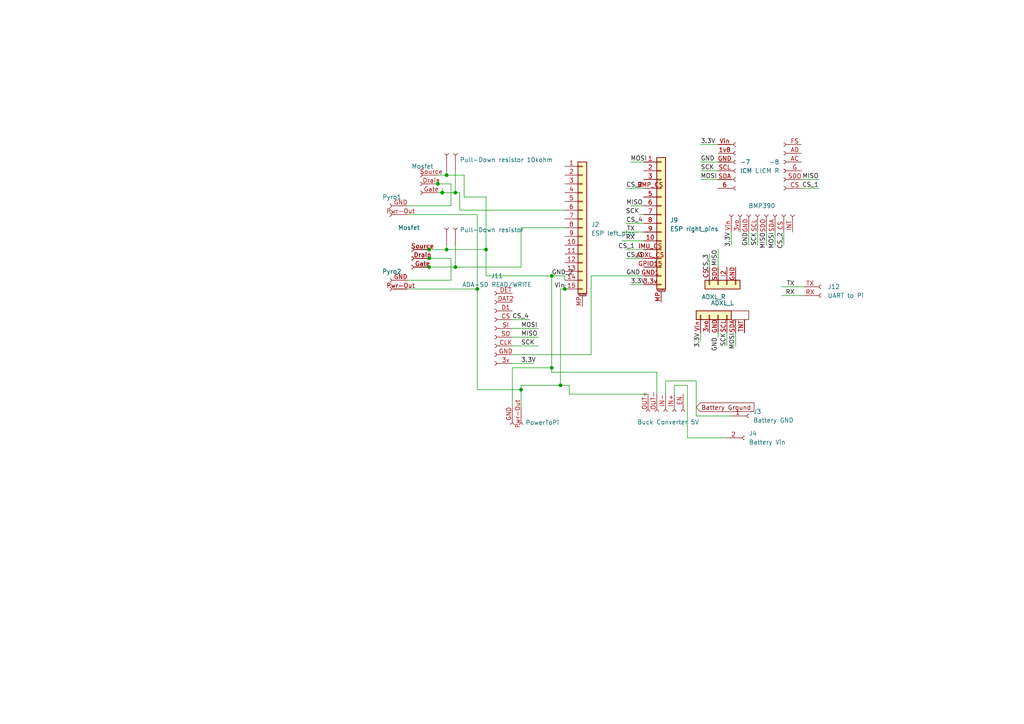
<source format=kicad_sch>
(kicad_sch (version 20250114) (generator "eeschema") (generator_version "9.0")
  (paper "A4")
  (lib_symbols
    (symbol "Conn_01x01_Socket_1" (pin_names (offset 1.016) (hide yes))
      (property "Reference" "J4" (at 1.27 1.27 0))
      (property "Value" "INA Vin-" (at 1.27 -1.27 0))
      (symbol "Conn_01x01_Socket_1_1_1"
        (polyline (pts (xy -1.27 0) (xy -0.508 0)) (stroke (width 0.1524)))
        (arc (start 0 -0.508) (mid -0.5058 0) (end 0 0.508) (stroke (width 0.1524)))
        (pin passive line (at -5.08 0 0) (length 3.81) (name "Pin_1") (number "2"))
      )
    )
    (symbol "Conn_01x02_Socket_1" (pin_names (offset 1.016) (hide yes))
      (property "Reference" "J13" (at -1.905 1.27 90))
      (property "Value" "PowerToPi" (at 0.635 1.27 90))
      (symbol "Conn_01x02_Socket_1_1_1"
        (polyline (pts (xy -1.27 0) (xy -0.508 0)) (stroke (width 0.1524)))
        (polyline (pts (xy -1.27 -2.54) (xy -0.508 -2.54)) (stroke (width 0.1524)))
        (arc (start 0 -0.508) (mid -0.5058 0) (end 0 0.508) (stroke (width 0.1524)))
        (arc (start 0 -3.048) (mid -0.5058 -2.54) (end 0 -2.032) (stroke (width 0.1524)))
        (pin passive line (at -5.08 0 0) (length 3.81) (name "") (number "Pwr-Out"))
        (pin passive line (at -5.08 -2.54 0) (length 3.81) (name "Pin_2") (number "GND"))
      )
    )
    (symbol "Conn_01x02_Socket_2" (pin_names (offset 1.016) (hide yes))
      (property "Reference" "_" (at -0.635 -7.62 0))
      (property "Value" "Pyro1" (at -0.635 -5.08 0))
      (symbol "Conn_01x02_Socket_2_1_1"
        (polyline (pts (xy -1.27 0) (xy -0.508 0)) (stroke (width 0.1524)))
        (polyline (pts (xy -1.27 -2.54) (xy -0.508 -2.54)) (stroke (width 0.1524)))
        (arc (start 0 -0.508) (mid -0.5058 0) (end 0 0.508) (stroke (width 0.1524)))
        (arc (start 0 -3.048) (mid -0.5058 -2.54) (end 0 -2.032) (stroke (width 0.1524)))
        (pin passive line (at -5.08 0 0) (length 3.81) (name "") (number "Pwr-Out"))
        (pin passive line (at -5.08 -2.54 0) (length 3.81) (name "Pin_2") (number "GND"))
      )
    )
    (symbol "Conn_01x02_Socket_3" (pin_names (offset 1.016) (hide yes))
      (property "Reference" "-" (at 0.635 -3.81 90))
      (property "Value" "Pull-Down resistor" (at -1.905 -3.81 90))
      (symbol "Conn_01x02_Socket_3_1_1"
        (polyline (pts (xy -1.27 0) (xy -0.508 0)) (stroke (width 0.1524)))
        (polyline (pts (xy -1.27 -2.54) (xy -0.508 -2.54)) (stroke (width 0.1524)))
        (arc (start 0 -0.508) (mid -0.5058 0) (end 0 0.508) (stroke (width 0.1524)))
        (arc (start 0 -3.048) (mid -0.5058 -2.54) (end 0 -2.032) (stroke (width 0.1524)))
        (pin passive line (at -5.08 0 0) (length 3.81) (name "") (number ""))
        (pin passive line (at -5.08 -2.54 0) (length 3.81) (name "Pin_2") (number ""))
      )
    )
    (symbol "Conn_01x02_Socket_4" (pin_names (offset 1.016) (hide yes))
      (property "Reference" "-" (at 0.635 -3.81 90))
      (property "Value" "Pull-Down resistor" (at -1.905 -3.81 90))
      (symbol "Conn_01x02_Socket_4_1_1"
        (polyline (pts (xy -1.27 0) (xy -0.508 0)) (stroke (width 0.1524)))
        (polyline (pts (xy -1.27 -2.54) (xy -0.508 -2.54)) (stroke (width 0.1524)))
        (arc (start 0 -0.508) (mid -0.5058 0) (end 0 0.508) (stroke (width 0.1524)))
        (arc (start 0 -3.048) (mid -0.5058 -2.54) (end 0 -2.032) (stroke (width 0.1524)))
        (pin passive line (at -5.08 0 0) (length 3.81) (name "") (number ""))
        (pin passive line (at -5.08 -2.54 0) (length 3.81) (name "Pin_2") (number ""))
      )
    )
    (symbol "Conn_01x04_1" (pin_names (offset 1.016) (hide yes))
      (property "Value" "ADXL_L" (at 3.556 -3.81 90))
      (symbol "Conn_01x04_1_0_1"
        (rectangle (start -1.27 -6.35) (end 1.27 -11.43))
      )
      (symbol "Conn_01x04_1_1_1"
        (rectangle (start -1.27 3.81) (end 1.27 -6.35) (stroke (width 0.254)) (fill (type background)))
        (rectangle (start -1.27 2.667) (end 0 2.413) (stroke (width 0.1524)))
        (rectangle (start -1.27 0.127) (end 0 -0.127) (stroke (width 0.1524)))
        (rectangle (start -1.27 -2.413) (end 0 -2.667) (stroke (width 0.1524)))
        (rectangle (start -1.27 -4.953) (end 0 -5.207) (stroke (width 0.1524)))
        (pin input line (at -5.08 2.54 0) (length 3.81) (name "3.3v") (number "Vin"))
        (pin bidirectional line (at -5.08 0 0) (length 3.81) (name "") (number "3vo"))
        (pin unspecified line (at -5.08 -2.54 0) (length 3.81) (name "Pin_3") (number "GND"))
        (pin bidirectional line (at -5.08 -5.08 0) (length 3.81) (name "Pin_4") (number "SCL"))
        (pin bidirectional line (at -5.08 -7.62 0) (length 3.81) (name "pin5") (number "SDA"))
        (pin bidirectional line (at -5.08 -10.16 0) (length 3.81) (name "TNT") (number ""))
        (pin bidirectional line (at -5.08 -10.16 0) (length 3.81) (name "") (number "TNT"))
      )
    )
    (symbol "Conn_01x04_2" (pin_names (offset 1.016) (hide yes))
      (property "Value" "ADXL_R" (at 3.556 -3.81 90))
      (symbol "Conn_01x04_2_1_1"
        (rectangle (start -1.27 3.81) (end 1.27 -6.35) (stroke (width 0.254)) (fill (type background)))
        (rectangle (start -1.27 2.667) (end 0 2.413) (stroke (width 0.1524)))
        (rectangle (start -1.27 0.127) (end 0 -0.127) (stroke (width 0.1524)))
        (rectangle (start -1.27 -2.413) (end 0 -2.667) (stroke (width 0.1524)))
        (rectangle (start -1.27 -4.953) (end 0 -5.207) (stroke (width 0.1524)))
        (pin input line (at -5.08 2.54 0) (length 3.81) (name "GND") (number "GND"))
        (pin bidirectional line (at -5.08 0 0) (length 3.81) (name "I2") (number "I2"))
        (pin unspecified line (at -5.08 -2.54 0) (length 3.81) (name "SDO") (number "SDO"))
        (pin bidirectional line (at -5.08 -5.08 0) (length 3.81) (name "CS") (number "CS"))
      )
    )
    (symbol "Conn_01x06_Socket_1" (pin_names (offset 1.016) (hide yes))
      (property "Reference" "-8" (at 1.27 0.0001 0))
      (property "Value" "ICM R" (at 1.27 -2.5399 0))
      (symbol "Conn_01x06_Socket_1_1_1"
        (polyline (pts (xy -1.27 5.08) (xy -0.508 5.08)) (stroke (width 0.1524)))
        (polyline (pts (xy -1.27 2.54) (xy -0.508 2.54)) (stroke (width 0.1524)))
        (polyline (pts (xy -1.27 0) (xy -0.508 0)) (stroke (width 0.1524)))
        (polyline (pts (xy -1.27 -2.54) (xy -0.508 -2.54)) (stroke (width 0.1524)))
        (polyline (pts (xy -1.27 -5.08) (xy -0.508 -5.08)) (stroke (width 0.1524)))
        (polyline (pts (xy -1.27 -7.62) (xy -0.508 -7.62)) (stroke (width 0.1524)))
        (arc (start 0 4.572) (mid -0.5058 5.08) (end 0 5.588) (stroke (width 0.1524)))
        (arc (start 0 2.032) (mid -0.5058 2.54) (end 0 3.048) (stroke (width 0.1524)))
        (arc (start 0 -0.508) (mid -0.5058 0) (end 0 0.508) (stroke (width 0.1524)))
        (arc (start 0 -3.048) (mid -0.5058 -2.54) (end 0 -2.032) (stroke (width 0.1524)))
        (arc (start 0 -5.588) (mid -0.5058 -5.08) (end 0 -4.572) (stroke (width 0.1524)))
        (arc (start 0 -8.128) (mid -0.5058 -7.62) (end 0 -7.112) (stroke (width 0.1524)))
        (pin passive line (at -5.08 5.08 0) (length 3.81) (name "Pin_1") (number "FS"))
        (pin passive line (at -5.08 2.54 0) (length 3.81) (name "") (number "AD"))
        (pin passive line (at -5.08 0 0) (length 3.81) (name "Pin_3") (number "AC"))
        (pin passive line (at -5.08 -2.54 0) (length 3.81) (name "Pin_4") (number "G"))
        (pin passive line (at -5.08 -5.08 0) (length 3.81) (name "Pin_5") (number "SDO"))
        (pin passive line (at -5.08 -7.62 0) (length 3.81) (name "CS") (number "CS"))
      )
    )
    (symbol "Conn_01x15_MountingPin_1" (pin_names (offset 1.016) (hide yes))
      (property "Reference" "J9" (at 2.54 0.9145 0))
      (property "Value" "ESP right_pins" (at 2.54 -1.6255 0))
      (symbol "Conn_01x15_MountingPin_1_1_1"
        (rectangle (start -1.27 19.05) (end 1.27 -19.05) (stroke (width 0.254)) (fill (type background)))
        (rectangle (start -1.27 17.907) (end 0 17.653) (stroke (width 0.1524)))
        (rectangle (start -1.27 15.367) (end 0 15.113) (stroke (width 0.1524)))
        (rectangle (start -1.27 12.827) (end 0 12.573) (stroke (width 0.1524)))
        (rectangle (start -1.27 10.287) (end 0 10.033) (stroke (width 0.1524)))
        (rectangle (start -1.27 7.747) (end 0 7.493) (stroke (width 0.1524)))
        (rectangle (start -1.27 5.207) (end 0 4.953) (stroke (width 0.1524)))
        (rectangle (start -1.27 2.667) (end 0 2.413) (stroke (width 0.1524)))
        (rectangle (start -1.27 0.127) (end 0 -0.127) (stroke (width 0.1524)))
        (rectangle (start -1.27 -2.413) (end 0 -2.667) (stroke (width 0.1524)))
        (rectangle (start -1.27 -4.953) (end 0 -5.207) (stroke (width 0.1524)))
        (rectangle (start -1.27 -7.493) (end 0 -7.747) (stroke (width 0.1524)))
        (rectangle (start -1.27 -10.033) (end 0 -10.287) (stroke (width 0.1524)))
        (rectangle (start -1.27 -12.573) (end 0 -12.827) (stroke (width 0.1524)))
        (rectangle (start -1.27 -15.113) (end 0 -15.367) (stroke (width 0.1524)))
        (rectangle (start -1.27 -17.653) (end 0 -17.907) (stroke (width 0.1524)))
        (polyline (pts (xy -1.016 -19.812) (xy 1.016 -19.812)) (stroke (width 0.1524)))
        (text "Mounting" (at 0 -19.431 0) (effects (font (size 0.381 0.381))))
        (pin passive line (at -5.08 17.78 0) (length 3.81) (name "Pin_1") (number "1"))
        (pin passive line (at -5.08 15.24 0) (length 3.81) (name "Pin_2") (number "2"))
        (pin passive line (at -5.08 12.7 0) (length 3.81) (name "Pin_3") (number "3"))
        (pin passive line (at -5.08 10.16 0) (length 3.81) (name "GPIO3") (number "BMP_CS"))
        (pin passive line (at -5.08 7.62 0) (length 3.81) (name "Pin_5") (number "5"))
        (pin passive line (at -5.08 5.08 0) (length 3.81) (name "Pin_6") (number "6"))
        (pin passive line (at -5.08 2.54 0) (length 3.81) (name "Pin_7") (number "7"))
        (pin passive line (at -5.08 0 0) (length 3.81) (name "Pin_8") (number "8"))
        (pin passive line (at -5.08 -2.54 0) (length 3.81) (name "Pin_9") (number "9"))
        (pin passive line (at -5.08 -5.08 0) (length 3.81) (name "Pin_10") (number "10"))
        (pin passive line (at -5.08 -7.62 0) (length 3.81) (name "GPIO4") (number "IMU_CS"))
        (pin passive line (at -5.08 -10.16 0) (length 3.81) (name "Pin_12") (number "ADXL_CS"))
        (pin passive line (at -5.08 -12.7 0) (length 3.81) (name "GPIO15") (number "GPIO15"))
        (pin passive line (at -5.08 -15.24 0) (length 3.81) (name "GND1") (number "GND1"))
        (pin passive line (at -5.08 -17.78 0) (length 3.81) (name "3.3v") (number "3.3v"))
        (pin passive line (at 0 -22.86 90) (length 3.048) (name "MountPin") (number "MP"))
      )
    )
    (symbol "Connector:Conn_01x01_Socket" (pin_names (offset 1.016) (hide yes))
      (property "Reference" "J3" (at 1.27 1.27 0))
      (property "Value" "Battery GND" (at 1.27 -1.27 0))
      (symbol "Conn_01x01_Socket_1_1"
        (polyline (pts (xy -1.27 0) (xy -0.508 0)) (stroke (width 0.1524)))
        (arc (start 0 -0.508) (mid -0.5058 0) (end 0 0.508) (stroke (width 0.1524)))
        (pin passive line (at -5.08 0 0) (length 3.81) (name "Pin_1") (number "1"))
      )
    )
    (symbol "Connector:Conn_01x02_Socket" (pin_names (offset 1.016) (hide yes))
      (property "Reference" "J12" (at -1.905 1.27 90))
      (property "Value" "UART to Pi" (at 0.635 1.27 90))
      (symbol "Conn_01x02_Socket_1_1"
        (polyline (pts (xy -1.27 0) (xy -0.508 0)) (stroke (width 0.1524)))
        (polyline (pts (xy -1.27 -2.54) (xy -0.508 -2.54)) (stroke (width 0.1524)))
        (arc (start 0 -0.508) (mid -0.5058 0) (end 0 0.508) (stroke (width 0.1524)))
        (arc (start 0 -3.048) (mid -0.5058 -2.54) (end 0 -2.032) (stroke (width 0.1524)))
        (pin passive line (at -5.08 0 0) (length 3.81) (name "TX") (number "TX"))
        (pin passive line (at -5.08 -2.54 0) (length 3.81) (name "RX") (number "RX"))
      )
    )
    (symbol "Connector:Conn_01x03_Socket" (pin_names (offset 1.016) (hide yes))
      (property "Reference" "-" (at -0.635 -7.62 0))
      (property "Value" "Mosfet" (at -0.635 -5.08 0))
      (symbol "Conn_01x03_Socket_1_1"
        (polyline (pts (xy -1.27 2.54) (xy -0.508 2.54)) (stroke (width 0.1524)))
        (polyline (pts (xy -1.27 0) (xy -0.508 0)) (stroke (width 0.1524)))
        (polyline (pts (xy -1.27 -2.54) (xy -0.508 -2.54)) (stroke (width 0.1524)))
        (arc (start 0 2.032) (mid -0.5058 2.54) (end 0 3.048) (stroke (width 0.1524)))
        (arc (start 0 -0.508) (mid -0.5058 0) (end 0 0.508) (stroke (width 0.1524)))
        (arc (start 0 -3.048) (mid -0.5058 -2.54) (end 0 -2.032) (stroke (width 0.1524)))
        (pin passive line (at -5.08 2.54 0) (length 3.81) (name "Gate") (number "Gate"))
        (pin passive line (at -5.08 0 0) (length 3.81) (name "Drain") (number "Drain"))
        (pin passive line (at -5.08 -2.54 0) (length 3.81) (name "Source") (number "Source"))
      )
    )
    (symbol "Connector:Conn_01x04_Socket" (pin_names (offset 1.016) (hide yes))
      (property "Reference" "_" (at 2.54 -2.54 90))
      (property "Value" "Buck Converter 5V" (at 5.08 -2.54 90))
      (symbol "Conn_01x04_Socket_1_1"
        (polyline (pts (xy -1.27 2.54) (xy -0.508 2.54)) (stroke (width 0.1524)))
        (polyline (pts (xy -1.27 0) (xy -0.508 0)) (stroke (width 0.1524)))
        (polyline (pts (xy -1.27 -2.54) (xy -0.508 -2.54)) (stroke (width 0.1524)))
        (polyline (pts (xy -1.27 -5.08) (xy -0.508 -5.08)) (stroke (width 0.1524)))
        (polyline (pts (xy -1.27 -7.62) (xy -0.508 -7.62)) (stroke (width 0.1524)))
        (arc (start 0 2.032) (mid -0.5058 2.54) (end 0 3.048) (stroke (width 0.1524)))
        (arc (start 0 -0.508) (mid -0.5058 0) (end 0 0.508) (stroke (width 0.1524)))
        (arc (start 0 -3.048) (mid -0.5058 -2.54) (end 0 -2.032) (stroke (width 0.1524)))
        (arc (start 0 -5.588) (mid -0.5058 -5.08) (end 0 -4.572) (stroke (width 0.1524)))
        (arc (start 0 -8.128) (mid -0.5058 -7.62) (end 0 -7.112) (stroke (width 0.1524)))
        (pin passive line (at -5.08 2.54 0) (length 3.81) (name "Pin_1") (number "EN"))
        (pin passive line (at -5.08 0 0) (length 3.81) (name "Pin_2") (number "IN+"))
        (pin passive line (at -5.08 -2.54 0) (length 3.81) (name "Pin_3") (number "IN-"))
        (pin passive line (at -5.08 -5.08 0) (length 3.81) (name "Pin_4") (number "OUT-"))
        (pin passive line (at -5.08 -7.62 0) (length 3.81) (name "Pin_4") (number "OUT+"))
      )
    )
    (symbol "Connector:Conn_01x06_Socket" (pin_names (offset 1.016) (hide yes))
      (property "Reference" "J10" (at 1.27 0 0))
      (property "Value" "ICM20948" (at 1.27 -2.54 0))
      (symbol "Conn_01x06_Socket_1_1"
        (polyline (pts (xy -1.27 5.08) (xy -0.508 5.08)) (stroke (width 0.1524)))
        (polyline (pts (xy -1.27 2.54) (xy -0.508 2.54)) (stroke (width 0.1524)))
        (polyline (pts (xy -1.27 0) (xy -0.508 0)) (stroke (width 0.1524)))
        (polyline (pts (xy -1.27 -2.54) (xy -0.508 -2.54)) (stroke (width 0.1524)))
        (polyline (pts (xy -1.27 -5.08) (xy -0.508 -5.08)) (stroke (width 0.1524)))
        (polyline (pts (xy -1.27 -7.62) (xy -0.508 -7.62)) (stroke (width 0.1524)))
        (arc (start 0 4.572) (mid -0.5058 5.08) (end 0 5.588) (stroke (width 0.1524)))
        (arc (start 0 2.032) (mid -0.5058 2.54) (end 0 3.048) (stroke (width 0.1524)))
        (arc (start 0 -0.508) (mid -0.5058 0) (end 0 0.508) (stroke (width 0.1524)))
        (arc (start 0 -3.048) (mid -0.5058 -2.54) (end 0 -2.032) (stroke (width 0.1524)))
        (arc (start 0 -5.588) (mid -0.5058 -5.08) (end 0 -4.572) (stroke (width 0.1524)))
        (arc (start 0 -8.128) (mid -0.5058 -7.62) (end 0 -7.112) (stroke (width 0.1524)))
        (pin passive line (at -5.08 5.08 0) (length 3.81) (name "Pin_1") (number "Vin"))
        (pin passive line (at -5.08 2.54 0) (length 3.81) (name "Pin_2") (number "1v8"))
        (pin passive line (at -5.08 0 0) (length 3.81) (name "Pin_3") (number "GND"))
        (pin passive line (at -5.08 -2.54 0) (length 3.81) (name "Pin_4") (number "SCL"))
        (pin passive line (at -5.08 -5.08 0) (length 3.81) (name "Pin_5") (number "SDA"))
        (pin passive line (at -5.08 -7.62 0) (length 3.81) (name "INT") (number "6"))
      )
    )
    (symbol "Connector:Conn_01x08_Socket" (pin_names (offset 1.016) (hide yes))
      (property "Reference" "BMP390" (at 5.08 -1.27 90))
      (symbol "Conn_01x08_Socket_1_1"
        (polyline (pts (xy -1.27 7.62) (xy -0.508 7.62)) (stroke (width 0.1524)))
        (polyline (pts (xy -1.27 5.08) (xy -0.508 5.08)) (stroke (width 0.1524)))
        (polyline (pts (xy -1.27 2.54) (xy -0.508 2.54)) (stroke (width 0.1524)))
        (polyline (pts (xy -1.27 0) (xy -0.508 0)) (stroke (width 0.1524)))
        (polyline (pts (xy -1.27 -2.54) (xy -0.508 -2.54)) (stroke (width 0.1524)))
        (polyline (pts (xy -1.27 -5.08) (xy -0.508 -5.08)) (stroke (width 0.1524)))
        (polyline (pts (xy -1.27 -7.62) (xy -0.508 -7.62)) (stroke (width 0.1524)))
        (polyline (pts (xy -1.27 -10.16) (xy -0.508 -10.16)) (stroke (width 0.1524)))
        (arc (start 0 7.112) (mid -0.5058 7.62) (end 0 8.128) (stroke (width 0.1524)))
        (arc (start 0 4.572) (mid -0.5058 5.08) (end 0 5.588) (stroke (width 0.1524)))
        (arc (start 0 2.032) (mid -0.5058 2.54) (end 0 3.048) (stroke (width 0.1524)))
        (arc (start 0 -0.508) (mid -0.5058 0) (end 0 0.508) (stroke (width 0.1524)))
        (arc (start 0 -3.048) (mid -0.5058 -2.54) (end 0 -2.032) (stroke (width 0.1524)))
        (arc (start 0 -5.588) (mid -0.5058 -5.08) (end 0 -4.572) (stroke (width 0.1524)))
        (arc (start 0 -8.128) (mid -0.5058 -7.62) (end 0 -7.112) (stroke (width 0.1524)))
        (arc (start 0 -10.668) (mid -0.5058 -10.16) (end 0 -9.652) (stroke (width 0.1524)))
        (pin passive line (at -5.08 7.62 0) (length 3.81) (name "Vin") (number "Vin"))
        (pin passive line (at -5.08 5.08 0) (length 3.81) (name "Pin_2") (number "3vo"))
        (pin passive line (at -5.08 2.54 0) (length 3.81) (name "Pin_8") (number "GND"))
        (pin passive line (at -5.08 0 0) (length 3.81) (name "Pin_3") (number "SCL"))
        (pin passive line (at -5.08 -2.54 0) (length 3.81) (name "Pin_4") (number "SDO"))
        (pin passive line (at -5.08 -5.08 0) (length 3.81) (name "") (number "SDA"))
        (pin passive line (at -5.08 -7.62 0) (length 3.81) (name "Pin_6") (number "CS"))
        (pin passive line (at -5.08 -10.16 0) (length 3.81) (name "Pin-7") (number "INT"))
      )
    )
    (symbol "Connector:Conn_01x09_Socket" (pin_names (offset 1.016) (hide yes))
      (property "Reference" "J11" (at 1.27 1.27 0))
      (property "Value" "ADA-SD READ/WRITE" (at 1.27 -1.27 0))
      (symbol "Conn_01x09_Socket_1_1"
        (polyline (pts (xy -1.27 10.16) (xy -0.508 10.16)) (stroke (width 0.1524)))
        (polyline (pts (xy -1.27 7.62) (xy -0.508 7.62)) (stroke (width 0.1524)))
        (polyline (pts (xy -1.27 5.08) (xy -0.508 5.08)) (stroke (width 0.1524)))
        (polyline (pts (xy -1.27 2.54) (xy -0.508 2.54)) (stroke (width 0.1524)))
        (polyline (pts (xy -1.27 0) (xy -0.508 0)) (stroke (width 0.1524)))
        (polyline (pts (xy -1.27 -2.54) (xy -0.508 -2.54)) (stroke (width 0.1524)))
        (polyline (pts (xy -1.27 -5.08) (xy -0.508 -5.08)) (stroke (width 0.1524)))
        (polyline (pts (xy -1.27 -7.62) (xy -0.508 -7.62)) (stroke (width 0.1524)))
        (polyline (pts (xy -1.27 -10.16) (xy -0.508 -10.16)) (stroke (width 0.1524)))
        (arc (start 0 9.652) (mid -0.5058 10.16) (end 0 10.668) (stroke (width 0.1524)))
        (arc (start 0 7.112) (mid -0.5058 7.62) (end 0 8.128) (stroke (width 0.1524)))
        (arc (start 0 4.572) (mid -0.5058 5.08) (end 0 5.588) (stroke (width 0.1524)))
        (arc (start 0 2.032) (mid -0.5058 2.54) (end 0 3.048) (stroke (width 0.1524)))
        (arc (start 0 -0.508) (mid -0.5058 0) (end 0 0.508) (stroke (width 0.1524)))
        (arc (start 0 -3.048) (mid -0.5058 -2.54) (end 0 -2.032) (stroke (width 0.1524)))
        (arc (start 0 -5.588) (mid -0.5058 -5.08) (end 0 -4.572) (stroke (width 0.1524)))
        (arc (start 0 -8.128) (mid -0.5058 -7.62) (end 0 -7.112) (stroke (width 0.1524)))
        (arc (start 0 -10.668) (mid -0.5058 -10.16) (end 0 -9.652) (stroke (width 0.1524)))
        (pin passive line (at -5.08 10.16 0) (length 3.81) (name "Pin_1") (number "3v"))
        (pin passive line (at -5.08 7.62 0) (length 3.81) (name "Pin_2") (number "GND"))
        (pin passive line (at -5.08 5.08 0) (length 3.81) (name "Pin_3") (number "CLK"))
        (pin passive line (at -5.08 2.54 0) (length 3.81) (name "Pin_4") (number "SO"))
        (pin passive line (at -5.08 0 0) (length 3.81) (name "SI") (number "SI"))
        (pin passive line (at -5.08 -2.54 0) (length 3.81) (name "Pin_6") (number "CS"))
        (pin passive line (at -5.08 -5.08 0) (length 3.81) (name "Pin_7") (number "D1"))
        (pin passive line (at -5.08 -7.62 0) (length 3.81) (name "Pin_8") (number "DAT2"))
        (pin passive line (at -5.08 -10.16 0) (length 3.81) (name "Pin_9") (number "DET"))
      )
    )
    (symbol "Connector_Generic_MountingPin:Conn_01x15_MountingPin" (pin_names (offset 1.016) (hide yes))
      (property "Reference" "J" (at 0 20.32 0))
      (property "Value" "Conn_01x15_MountingPin" (at 1.27 -20.32 0))
      (symbol "Conn_01x15_MountingPin_1_1"
        (rectangle (start -1.27 19.05) (end 1.27 -19.05) (stroke (width 0.254)) (fill (type background)))
        (rectangle (start -1.27 17.907) (end 0 17.653) (stroke (width 0.1524)))
        (rectangle (start -1.27 15.367) (end 0 15.113) (stroke (width 0.1524)))
        (rectangle (start -1.27 12.827) (end 0 12.573) (stroke (width 0.1524)))
        (rectangle (start -1.27 10.287) (end 0 10.033) (stroke (width 0.1524)))
        (rectangle (start -1.27 7.747) (end 0 7.493) (stroke (width 0.1524)))
        (rectangle (start -1.27 5.207) (end 0 4.953) (stroke (width 0.1524)))
        (rectangle (start -1.27 2.667) (end 0 2.413) (stroke (width 0.1524)))
        (rectangle (start -1.27 0.127) (end 0 -0.127) (stroke (width 0.1524)))
        (rectangle (start -1.27 -2.413) (end 0 -2.667) (stroke (width 0.1524)))
        (rectangle (start -1.27 -4.953) (end 0 -5.207) (stroke (width 0.1524)))
        (rectangle (start -1.27 -7.493) (end 0 -7.747) (stroke (width 0.1524)))
        (rectangle (start -1.27 -10.033) (end 0 -10.287) (stroke (width 0.1524)))
        (rectangle (start -1.27 -12.573) (end 0 -12.827) (stroke (width 0.1524)))
        (rectangle (start -1.27 -15.113) (end 0 -15.367) (stroke (width 0.1524)))
        (rectangle (start -1.27 -17.653) (end 0 -17.907) (stroke (width 0.1524)))
        (polyline (pts (xy -1.016 -19.812) (xy 1.016 -19.812)) (stroke (width 0.1524)))
        (text "Mounting" (at 0 -19.431 0) (effects (font (size 0.381 0.381))))
        (pin passive line (at -5.08 17.78 0) (length 3.81) (name "Pin_1") (number "1"))
        (pin passive line (at -5.08 15.24 0) (length 3.81) (name "Pin_2") (number "2"))
        (pin passive line (at -5.08 12.7 0) (length 3.81) (name "Pin_3") (number "3"))
        (pin passive line (at -5.08 10.16 0) (length 3.81) (name "Pin_4") (number "4"))
        (pin passive line (at -5.08 7.62 0) (length 3.81) (name "Pin_5") (number "5"))
        (pin passive line (at -5.08 5.08 0) (length 3.81) (name "Pin_6") (number "6"))
        (pin passive line (at -5.08 2.54 0) (length 3.81) (name "Pin_7") (number "7"))
        (pin passive line (at -5.08 0 0) (length 3.81) (name "Pin_8") (number "8"))
        (pin passive line (at -5.08 -2.54 0) (length 3.81) (name "Pin_9") (number "9"))
        (pin passive line (at -5.08 -5.08 0) (length 3.81) (name "Pin_10") (number "10"))
        (pin passive line (at -5.08 -7.62 0) (length 3.81) (name "Pin_11") (number "11"))
        (pin passive line (at -5.08 -10.16 0) (length 3.81) (name "Pin_12") (number "12"))
        (pin passive line (at -5.08 -12.7 0) (length 3.81) (name "Pin_13") (number "13"))
        (pin passive line (at -5.08 -15.24 0) (length 3.81) (name "Pin_14") (number "14"))
        (pin passive line (at -5.08 -17.78 0) (length 3.81) (name "Pin_15") (number "15"))
        (pin passive line (at 0 -22.86 90) (length 3.048) (name "MountPin") (number "MP"))
      )
    )
  )
  (junction (at 129.54 72.39))
  (junction (at 140.97 72.39))
  (junction (at 124.46 77.47))
  (junction (at 132.08 77.47))
  (junction (at 160.02 80.01))
  (junction (at 129.54 50.8))
  (junction (at 151.13 113.03))
  (junction (at 132.08 55.88))
  (junction (at 127 53.34))
  (junction (at 124.46 72.39))
  (junction (at 124.46 74.93))
  (junction (at 138.43 83.82))
  (junction (at 128.27 55.88))
  (junction (at 162.56 111.76))
  (junction (at 163.83 83.82))
  (junction (at 160.02 106.68))
  (wire (pts (xy 148.59 102.87) (xy 171.45 102.87)))
  (wire (pts (xy 163.83 83.82) (xy 163.83 82.55)))
  (wire (pts (xy 129.54 50.8) (xy 127 50.8)))
  (wire (pts (xy 133.35 55.88) (xy 132.08 55.88)))
  (wire (pts (xy 180.34 67.31) (xy 186.69 67.31)))
  (wire (pts (xy 162.56 83.82) (xy 163.83 83.82)))
  (wire (pts (xy 132.08 55.88) (xy 128.27 55.88)))
  (wire (pts (xy 201.93 120.65) (xy 212.09 120.65)))
  (wire (pts (xy 124.46 77.47) (xy 132.08 77.47)))
  (wire (pts (xy 180.34 69.85) (xy 186.69 69.85)))
  (wire (pts (xy 171.45 80.01) (xy 186.69 80.01)))
  (wire (pts (xy 182.88 59.69) (xy 186.69 59.69)))
  (wire (pts (xy 219.71 67.31) (xy 219.71 71.12)))
  (wire (pts (xy 129.54 49.53) (xy 129.54 50.8)))
  (wire (pts (xy 160.02 80.01) (xy 140.97 80.01)))
  (wire (pts (xy 162.56 83.82) (xy 162.56 111.76)))
  (wire (pts (xy 199.39 127) (xy 210.82 127)))
  (wire (pts (xy 205.74 73.66) (xy 205.74 77.47)))
  (wire (pts (xy 190.5 107.95) (xy 160.02 107.95)))
  (wire (pts (xy 138.43 62.23) (xy 138.43 83.82)))
  (wire (pts (xy 129.54 71.12) (xy 129.54 72.39)))
  (wire (pts (xy 130.81 53.34) (xy 130.81 59.69)))
  (wire (pts (xy 132.08 77.47) (xy 151.13 77.47)))
  (wire (pts (xy 195.58 111.76) (xy 199.39 111.76)))
  (wire (pts (xy 160.02 80.01) (xy 160.02 106.68)))
  (wire (pts (xy 128.27 54.61) (xy 128.27 55.88)))
  (wire (pts (xy 127 53.34) (xy 130.81 53.34)))
  (wire (pts (xy 162.56 111.76) (xy 151.13 111.76)))
  (wire (pts (xy 140.97 57.15) (xy 134.62 57.15)))
  (wire (pts (xy 217.17 67.31) (xy 217.17 71.12)))
  (wire (pts (xy 227.33 67.31) (xy 227.33 71.12)))
  (wire (pts (xy 203.2 46.99) (xy 208.28 46.99)))
  (wire (pts (xy 138.43 83.82) (xy 138.43 113.03)))
  (wire (pts (xy 151.13 113.03) (xy 138.43 113.03)))
  (wire (pts (xy 133.35 60.96) (xy 133.35 55.88)))
  (wire (pts (xy 151.13 113.03) (xy 151.13 118.11)))
  (wire (pts (xy 226.695 83.185) (xy 233.045 83.185)))
  (wire (pts (xy 124.46 72.39) (xy 129.54 72.39)))
  (wire (pts (xy 133.35 60.96) (xy 163.83 60.96)))
  (wire (pts (xy 181.61 64.77) (xy 186.69 64.77)))
  (wire (pts (xy 203.2 49.53) (xy 208.28 49.53)))
  (wire (pts (xy 208.28 72.39) (xy 208.28 77.47)))
  (wire (pts (xy 181.61 72.39) (xy 186.69 72.39)))
  (wire (pts (xy 151.13 77.47) (xy 151.13 66.04)))
  (wire (pts (xy 118.11 83.82) (xy 138.43 83.82)))
  (wire (pts (xy 151.13 111.76) (xy 151.13 113.03)))
  (wire (pts (xy 181.61 54.61) (xy 186.69 54.61)))
  (wire (pts (xy 203.2 52.07) (xy 208.28 52.07)))
  (wire (pts (xy 203.2 96.52) (xy 203.2 99.06)))
  (wire (pts (xy 140.97 80.01) (xy 140.97 72.39)))
  (wire (pts (xy 208.28 96.52) (xy 208.28 97.79)))
  (wire (pts (xy 128.27 55.88) (xy 127 55.88)))
  (wire (pts (xy 212.09 67.31) (xy 212.09 71.12)))
  (wire (pts (xy 226.695 85.725) (xy 233.045 85.725)))
  (wire (pts (xy 190.5 107.95) (xy 190.5 114.3)))
  (wire (pts (xy 199.39 111.76) (xy 199.39 127)))
  (wire (pts (xy 203.2 41.91) (xy 208.28 41.91)))
  (wire (pts (xy 171.45 80.01) (xy 171.45 102.87)))
  (wire (pts (xy 148.59 100.33) (xy 156.21 100.33)))
  (wire (pts (xy 165.1 114.3) (xy 187.96 114.3)))
  (wire (pts (xy 182.88 46.99) (xy 186.69 46.99)))
  (wire (pts (xy 181.61 74.93) (xy 186.69 74.93)))
  (wire (pts (xy 127 52.07) (xy 127 53.34)))
  (wire (pts (xy 165.1 111.76) (xy 165.1 114.3)))
  (wire (pts (xy 130.81 81.28) (xy 118.11 81.28)))
  (wire (pts (xy 132.08 71.12) (xy 132.08 77.47)))
  (wire (pts (xy 224.79 67.31) (xy 224.79 71.12)))
  (wire (pts (xy 134.62 50.8) (xy 129.54 50.8)))
  (wire (pts (xy 148.59 106.68) (xy 160.02 106.68)))
  (wire (pts (xy 195.58 114.3) (xy 195.58 111.76)))
  (wire (pts (xy 148.59 118.11) (xy 148.59 106.68)))
  (wire (pts (xy 165.1 111.76) (xy 162.56 111.76)))
  (wire (pts (xy 124.46 74.93) (xy 130.81 74.93)))
  (wire (pts (xy 201.93 110.49) (xy 193.04 110.49)))
  (wire (pts (xy 130.81 74.93) (xy 130.81 81.28)))
  (wire (pts (xy 163.83 81.28) (xy 163.83 80.01)))
  (wire (pts (xy 237.49 52.07) (xy 232.41 52.07)))
  (wire (pts (xy 160.02 80.01) (xy 163.83 80.01)))
  (wire (pts (xy 148.59 95.25) (xy 156.21 95.25)))
  (wire (pts (xy 185.42 62.23) (xy 186.69 62.23)))
  (wire (pts (xy 222.25 67.31) (xy 222.25 71.12)))
  (wire (pts (xy 129.54 72.39) (xy 140.97 72.39)))
  (wire (pts (xy 193.04 110.49) (xy 193.04 114.3)))
  (wire (pts (xy 140.97 72.39) (xy 140.97 57.15)))
  (wire (pts (xy 134.62 57.15) (xy 134.62 50.8)))
  (wire (pts (xy 151.13 66.04) (xy 163.83 66.04)))
  (wire (pts (xy 232.41 54.61) (xy 237.49 54.61)))
  (wire (pts (xy 182.88 82.55) (xy 186.69 82.55)))
  (wire (pts (xy 132.08 49.53) (xy 132.08 55.88)))
  (wire (pts (xy 148.59 92.71) (xy 153.67 92.71)))
  (wire (pts (xy 130.81 59.69) (xy 118.11 59.69)))
  (wire (pts (xy 148.59 105.41) (xy 154.94 105.41)))
  (wire (pts (xy 118.11 62.23) (xy 138.43 62.23)))
  (wire (pts (xy 201.93 110.49) (xy 201.93 120.65)))
  (wire (pts (xy 210.82 96.52) (xy 210.82 100.33)))
  (wire (pts (xy 213.36 96.52) (xy 213.36 100.33)))
  (wire (pts (xy 148.59 97.79) (xy 156.21 97.79)))
  (wire (pts (xy 160.02 107.95) (xy 160.02 106.68)))
  (label "TX" (at 184.15 67.31 180))
  (label "CS_2" (at 227.33 67.31 270))
  (label "MOSI" (at 203.2 52.07 0))
  (label "SCK" (at 151.13 100.33 0))
  (label "SCK" (at 203.2 49.53 0))
  (label "GND" (at 208.28 97.79 270))
  (label "CS_1" (at 184.15 72.39 180))
  (label "3.3V" (at 203.2 96.52 270))
  (label "CS_3" (at 205.74 73.66 270))
  (label "CS_2" (at 181.61 54.61 0))
  (label "MISO" (at 151.13 97.79 0))
  (label "Vin" (at 163.83 83.82 180))
  (label "GND" (at 181.61 80.01 0))
  (label "MISO" (at 237.49 52.07 180))
  (label "CS_4" (at 181.61 64.77 0))
  (label "CS_3" (at 181.61 74.93 0))
  (label "CS_4" (at 148.59 92.71 0))
  (label "3.3V" (at 182.88 82.55 0))
  (label "MOSI" (at 151.13 95.25 0))
  (label "3.3V" (at 151.13 105.41 0))
  (label "TX" (at 230.505 83.185 180))
  (label "GND" (at 217.17 67.31 270))
  (label "RX" (at 230.505 85.725 180))
  (label "GND" (at 203.2 46.99 0))
  (label "GND_2" (at 160.02 80.01 0))
  (label "MISO" (at 208.28 72.39 270))
  (label "MOSI" (at 182.88 46.99 0))
  (label "SCK" (at 210.82 96.52 270))
  (label "3.3V" (at 212.09 67.31 270))
  (label "SCK" (at 185.42 62.23 180))
  (label "MISO" (at 222.25 67.31 270))
  (label "MOSI" (at 213.36 96.52 270))
  (label "RX" (at 184.15 69.85 180))
  (label "MISO" (at 181.61 59.69 0))
  (label "" (at 186.69 36.83 0))
  (label "SCK" (at 219.71 67.31 270))
  (label "CS_1" (at 237.49 54.61 180))
  (label "MOSI" (at 224.79 67.31 270))
  (label "3.3V" (at 203.2 41.91 0))
  (global_label "Battery Ground" (shape input) (at 201.93 118.11 0) (property "Intersheetrefs" "${INTERSHEET_REFS}" (effects (hide yes))))
  (symbol (lib_name "Conn_01x02_Socket_1") (lib_id "Connector:Conn_01x02_Socket") (at 151.13 123.19 270) (unit 1)
    (property "Reference" "J13" (effects (hide yes)))
    (property "Value" "PowerToPi" (at 152.4 122.5549 90) (effects (justify left)))
    (property "Footprint" "Connector_PinHeader_2.54mm:PinHeader_1x02_P2.54mm_Vertical" (effects (hide yes)))
  )
  (symbol (lib_id "Connector:Conn_01x03_Socket") (at 121.92 53.34 180) (unit 1)
    (property "Reference" "-5" (effects (hide yes)))
    (property "Value" "Mosfet" (at 122.555 48.26 0))
    (property "Footprint" "Connector_PinHeader_2.54mm:PinHeader_1x03_P2.54mm_Vertical" (effects (hide yes)))
  )
  (symbol (lib_name "Conn_01x15_MountingPin_1") (lib_id "Connector_Generic_MountingPin:Conn_01x15_MountingPin") (at 191.77 64.77 0) (unit 1)
    (property "Reference" "J9" (at 194.31 63.8555 0) (effects (justify left)))
    (property "Value" "ESP right_pins" (at 194.31 66.3955 0) (effects (justify left)))
    (property "Footprint" "Connector_PinHeader_2.54mm:PinHeader_1x15_P2.54mm_Vertical" (effects (hide yes)))
    (property "Description" "Generic connectable mounting pin connector, single row, 01x15, script generated (kicad-library-utils/schlib/autogen/connector/)" (effects (hide yes)))
  )
  (symbol (lib_id "Connector:Conn_01x01_Socket") (at 217.17 120.65 0) (unit 1)
    (property "Reference" "J3" (at 218.44 119.38 0) (effects (justify left)))
    (property "Value" "Battery GND" (at 218.44 121.92 0) (effects (justify left)))
    (property "Footprint" "Connector_PinHeader_2.54mm:PinHeader_1x01_P2.54mm_Vertical" (effects (hide yes)))
  )
  (symbol (lib_name "Conn_01x04_1") (lib_id "Connector_Generic:Conn_01x04") (at 205.74 91.44 90) (unit 1)
    (property "Reference" "_2" (effects (hide yes)))
    (property "Value" "ADXL_L" (at 209.55 87.884 90))
    (property "Footprint" "Connector_PinHeader_2.54mm:PinHeader_1x06_P2.54mm_Vertical" (effects (hide yes)))
  )
  (symbol (lib_name "Conn_01x02_Socket_2") (lib_id "Connector:Conn_01x02_Socket") (at 113.03 62.23 180) (unit 1)
    (property "Reference" "_4" (effects (hide yes)))
    (property "Value" "Pyro1" (at 113.665 57.15 0))
    (property "Footprint" "Connector_PinHeader_2.54mm:PinHeader_1x02_P2.54mm_Vertical" (effects (hide yes)))
  )
  (symbol (lib_id "Connector:Conn_01x03_Socket") (at 119.38 74.93 180) (unit 1)
    (property "Reference" "-2" (effects (hide yes)))
    (property "Value" "Mosfet" (effects (hide yes)))
  )
  (symbol (lib_id "Connector:Conn_01x08_Socket") (at 219.71 62.23 90) (unit 1)
    (property "Reference" "BMP390" (at 220.98 59.69 90))
    (property "Value" "BMP390" (effects (hide yes)))
    (property "Footprint" "Connector_PinHeader_2.54mm:PinHeader_1x08_P2.54mm_Vertical" (effects (hide yes)))
  )
  (symbol (lib_id "Connector:Conn_01x02_Socket") (at 238.125 83.185 0) (unit 1)
    (property "Reference" "J12" (at 240.03 83.1849 0) (effects (justify left)))
    (property "Value" "UART to Pi" (at 240.03 85.7249 0) (effects (justify left)))
    (property "Footprint" "Connector_PinHeader_2.54mm:PinHeader_1x02_P2.54mm_Vertical" (effects (hide yes)))
  )
  (symbol (lib_name "Conn_01x01_Socket_1") (lib_id "Connector:Conn_01x01_Socket") (at 215.9 127 0) (unit 1)
    (property "Reference" "J4" (at 217.17 125.73 0) (effects (justify left)))
    (property "Value" "Battery Vin" (at 217.17 128.27 0) (effects (justify left)))
    (property "Footprint" "Connector_PinHeader_2.54mm:PinHeader_1x01_P2.54mm_Vertical" (effects (hide yes)))
  )
  (symbol (lib_id "Connector:Conn_01x04_Socket") (at 195.58 119.38 270) (unit 1)
    (property "Reference" "_6" (effects (hide yes)))
    (property "Value" "Buck Converter 5V" (at 193.802 122.428 90))
    (property "Footprint" "Connector_PinHeader_2.54mm:PinHeader_1x05_P2.54mm_Vertical" (effects (hide yes)))
  )
  (symbol (lib_name "Conn_01x02_Socket_2") (lib_id "Connector:Conn_01x02_Socket") (at 113.03 83.82 180) (unit 1)
    (property "Reference" "_3" (effects (hide yes)))
    (property "Value" "Pyro2" (at 113.665 78.74 0))
    (property "Footprint" "Connector_PinHeader_2.54mm:PinHeader_1x02_P2.54mm_Vertical" (effects (hide yes)))
  )
  (symbol (lib_name "Conn_01x02_Socket_4") (lib_id "Connector:Conn_01x02_Socket") (at 129.54 44.45 90) (unit 1)
    (property "Reference" "-6" (effects (hide yes)))
    (property "Value" "Pull-Down resistor 10kohm" (at 133.35 46.355 90) (effects (justify right)))
    (property "Footprint" "Connector_PinHeader_2.54mm:PinHeader_1x02_P2.54mm_Vertical" (effects (hide yes)))
  )
  (symbol (lib_id "Connector:Conn_01x06_Socket") (at 213.36 46.99 0) (unit 1)
    (property "Reference" "-7" (at 214.63 46.9899 0) (effects (justify left)))
    (property "Value" "ICM L" (at 214.63 49.5299 0) (effects (justify left)))
    (property "Footprint" "Connector_PinHeader_2.54mm:PinHeader_1x06_P2.54mm_Vertical" (effects (hide yes)))
  )
  (symbol (lib_name "Conn_01x06_Socket_1") (lib_id "Connector:Conn_01x06_Socket") (at 227.33 46.99 0) (mirror y) (unit 1)
    (property "Reference" "-8" (at 226.06 46.9899 0) (effects (justify left)))
    (property "Value" "ICM R" (at 226.06 49.5299 0) (effects (justify left)))
    (property "Footprint" "Connector_PinHeader_2.54mm:PinHeader_1x06_P2.54mm_Vertical" (effects (hide yes)))
  )
  (symbol (lib_id "Connector_Generic_MountingPin:Conn_01x15_MountingPin") (at 168.91 66.04 0) (unit 1)
    (property "Reference" "J2" (at 171.45 65.1255 0) (effects (justify left)))
    (property "Value" "ESP left_pins" (at 171.45 67.6655 0) (effects (justify left)))
    (property "Footprint" "Connector_PinHeader_2.54mm:PinHeader_1x15_P2.54mm_Vertical" (effects (hide yes)))
    (property "Description" "Generic connectable mounting pin connector, single row, 01x15, script generated (kicad-library-utils/schlib/autogen/connector/)" (effects (hide yes)))
  )
  (symbol (lib_id "Connector:Conn_01x09_Socket") (at 143.51 95.25 180) (unit 1)
    (property "Reference" "J11" (at 144.145 80.01 0))
    (property "Value" "ADA-SD READ/WRITE" (at 144.145 82.55 0))
    (property "Footprint" "Connector_PinHeader_2.54mm:PinHeader_1x09_P2.54mm_Vertical" (effects (hide yes)))
  )
  (symbol (lib_name "Conn_01x04_2") (lib_id "Connector_Generic:Conn_01x04") (at 210.82 82.55 270) (unit 1)
    (property "Reference" "_1" (effects (hide yes)))
    (property "Value" "ADXL_R" (at 207.01 86.106 90))
    (property "Footprint" "Connector_PinHeader_2.54mm:PinHeader_1x04_P2.54mm_Vertical" (effects (hide yes)))
  )
  (symbol (lib_name "Conn_01x02_Socket_3") (lib_id "Connector:Conn_01x02_Socket") (at 129.54 66.04 90) (unit 1)
    (property "Reference" "-4" (effects (hide yes)))
    (property "Value" "Pull-Down resistor" (at 133.35 66.6749 90) (effects (justify right)))
    (property "Footprint" "Connector_PinHeader_2.54mm:PinHeader_1x02_P2.54mm_Vertical" (effects (hide yes)))
  )
  (symbol (lib_id "Connector:Conn_01x03_Socket") (at 119.38 74.93 180) (unit 1)
    (property "Reference" "-3" (effects (hide yes)))
    (property "Value" "Mosfet" (at 118.618 66.04 0))
    (property "Footprint" "Connector_PinHeader_2.54mm:PinHeader_1x03_P2.54mm_Vertical" (effects (hide yes)))
  )
)
</source>
